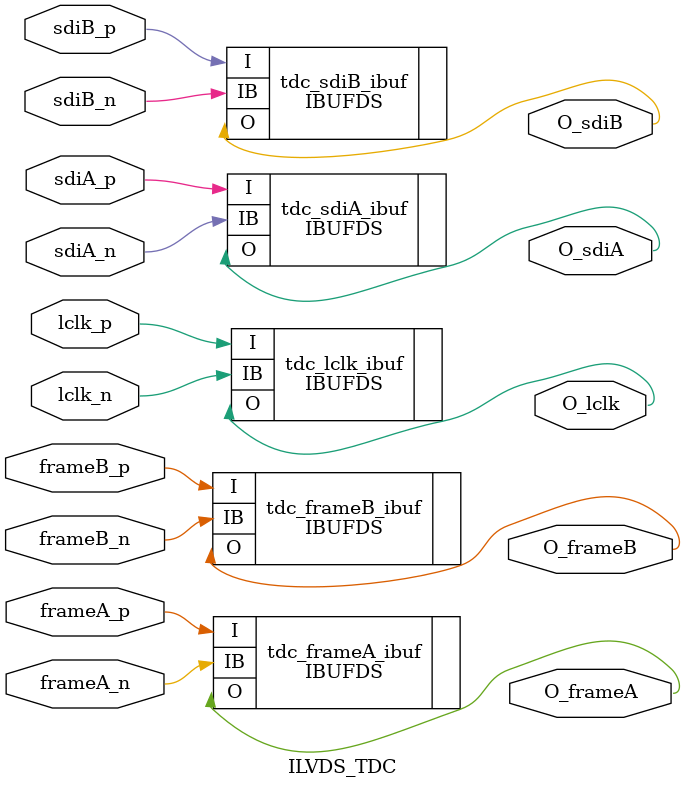
<source format=v>
`timescale 1ns / 1ps


module ILVDS_TDC(
    input   lclk_n,
    input   lclk_p,
    output  O_lclk,

    input   frameA_n,
    input   frameA_p,
    output  O_frameA,
    
    input   frameB_n,
    input   frameB_p,
    output  O_frameB,

    input   sdiA_n,
    input   sdiA_p,
    output  O_sdiA,

    input   sdiB_n,
    input   sdiB_p,
    output  O_sdiB
);
    
IBUFDS tdc_lclk_ibuf        (.IB(lclk_n),.O(O_lclk),.I(lclk_p));
IBUFDS tdc_frameA_ibuf      (.IB(frameA_n),.O(O_frameA),.I(frameA_p));
IBUFDS tdc_frameB_ibuf      (.IB(frameB_n),.O(O_frameB),.I(frameB_p));
IBUFDS tdc_sdiA_ibuf        (.IB(sdiA_n),.O(O_sdiA),.I(sdiA_p));
IBUFDS tdc_sdiB_ibuf        (.IB(sdiB_n),.O(O_sdiB),.I(sdiB_p));
endmodule

</source>
